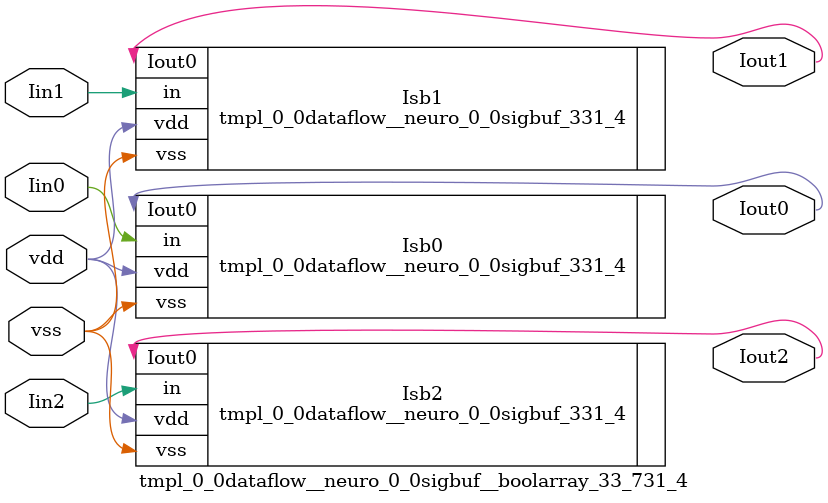
<source format=v>
module tmpl_0_0dataflow__neuro_0_0sigbuf__boolarray_33_731_4(Iin0 , Iin1 , Iin2 , Iout0 , Iout1 , Iout2 , vdd, vss); 
   input vdd;
   input vss;
   input Iin0 ;
   input Iin1 ;
   input Iin2 ;
   
   
   

// -- signals ---
   output Iout0 ;
   output Iout2 ;
   wire Iin2 ;
   wire Iin1 ;
   output Iout1 ;
   wire Iin0 ;

// --- instances
tmpl_0_0dataflow__neuro_0_0sigbuf_331_4 Isb0  (.in(Iin0 ), .Iout0 (Iout0 ), .vdd(vdd), .vss(vss));
tmpl_0_0dataflow__neuro_0_0sigbuf_331_4 Isb1  (.in(Iin1 ), .Iout0 (Iout1 ), .vdd(vdd), .vss(vss));
tmpl_0_0dataflow__neuro_0_0sigbuf_331_4 Isb2  (.in(Iin2 ), .Iout0 (Iout2 ), .vdd(vdd), .vss(vss));
endmodule
</source>
